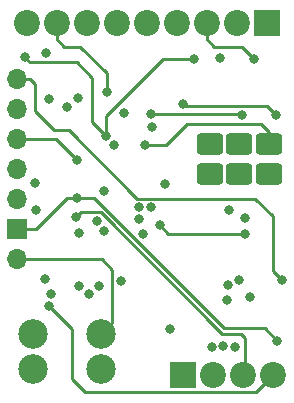
<source format=gbr>
%TF.GenerationSoftware,KiCad,Pcbnew,9.0.2*%
%TF.CreationDate,2025-11-22T23:52:39+01:00*%
%TF.ProjectId,KNeoPiX_v1.3,4b4e656f-5069-4585-9f76-312e332e6b69,1.3*%
%TF.SameCoordinates,Original*%
%TF.FileFunction,Copper,L2,Inr*%
%TF.FilePolarity,Positive*%
%FSLAX46Y46*%
G04 Gerber Fmt 4.6, Leading zero omitted, Abs format (unit mm)*
G04 Created by KiCad (PCBNEW 9.0.2) date 2025-11-22 23:52:39*
%MOMM*%
%LPD*%
G01*
G04 APERTURE LIST*
G04 Aperture macros list*
%AMRoundRect*
0 Rectangle with rounded corners*
0 $1 Rounding radius*
0 $2 $3 $4 $5 $6 $7 $8 $9 X,Y pos of 4 corners*
0 Add a 4 corners polygon primitive as box body*
4,1,4,$2,$3,$4,$5,$6,$7,$8,$9,$2,$3,0*
0 Add four circle primitives for the rounded corners*
1,1,$1+$1,$2,$3*
1,1,$1+$1,$4,$5*
1,1,$1+$1,$6,$7*
1,1,$1+$1,$8,$9*
0 Add four rect primitives between the rounded corners*
20,1,$1+$1,$2,$3,$4,$5,0*
20,1,$1+$1,$4,$5,$6,$7,0*
20,1,$1+$1,$6,$7,$8,$9,0*
20,1,$1+$1,$8,$9,$2,$3,0*%
G04 Aperture macros list end*
%TA.AperFunction,ComponentPad*%
%ADD10C,1.875000*%
%TD*%
%TA.AperFunction,ComponentPad*%
%ADD11R,2.200000X2.200000*%
%TD*%
%TA.AperFunction,ComponentPad*%
%ADD12C,2.200000*%
%TD*%
%TA.AperFunction,ComponentPad*%
%ADD13O,1.700000X1.700000*%
%TD*%
%TA.AperFunction,ComponentPad*%
%ADD14R,1.700000X1.700000*%
%TD*%
%TA.AperFunction,ComponentPad*%
%ADD15C,2.500000*%
%TD*%
%TA.AperFunction,ComponentPad*%
%ADD16RoundRect,0.270000X-0.830000X0.630000X-0.830000X-0.630000X0.830000X-0.630000X0.830000X0.630000X0*%
%TD*%
%TA.AperFunction,ViaPad*%
%ADD17C,0.800000*%
%TD*%
%TA.AperFunction,Conductor*%
%ADD18C,0.250000*%
%TD*%
G04 APERTURE END LIST*
D10*
%TO.N,KNX+*%
%TO.C,H2*%
X56766400Y-68163400D03*
%TD*%
D11*
%TO.N,EXT_VCC_IN*%
%TO.C,J4*%
X63681400Y-71593400D03*
D12*
%TO.N,EXT_GND*%
X66221400Y-71593400D03*
%TO.N,DL4*%
X68761400Y-71593400D03*
%TO.N,DL5*%
X71301400Y-71593400D03*
%TD*%
D11*
%TO.N,EXT_GND*%
%TO.C,J3*%
X70786400Y-41753400D03*
D12*
%TO.N,3v3-MCU*%
X68246400Y-41753400D03*
%TO.N,5V-MCU*%
X65706400Y-41753400D03*
%TO.N,DL1*%
X63166400Y-41753400D03*
%TO.N,DL2*%
X60626400Y-41753400D03*
%TO.N,DL3*%
X58086400Y-41753400D03*
%TO.N,DL8*%
X55546400Y-41753400D03*
%TO.N,DL9*%
X53006400Y-41753400D03*
%TO.N,DL10*%
X50466400Y-41753400D03*
%TD*%
D13*
%TO.N,KNX+*%
%TO.C,GN1*%
X49656400Y-61793400D03*
D14*
%TO.N,KNX_GND*%
X49656400Y-59253400D03*
D13*
%TO.N,KNX_SAVE*%
X49656400Y-56713400D03*
%TO.N,KNX_RX*%
X49656400Y-54173400D03*
%TO.N,KNX_TX*%
X49656400Y-51633400D03*
%TO.N,KNX_3V3*%
X49656400Y-49093400D03*
%TO.N,KNX_5V*%
X49656400Y-46553400D03*
%TD*%
D15*
%TO.N,KNX+*%
%TO.C,J2*%
X56766400Y-71063400D03*
%TO.N,KNX_GND*%
X51016400Y-71063400D03*
%TD*%
D10*
%TO.N,KNX_GND*%
%TO.C,H1*%
X51016400Y-68163400D03*
%TD*%
D15*
%TO.N,KNX+*%
%TO.C,J1*%
X56746400Y-68143400D03*
%TO.N,KNX_GND*%
X50996400Y-68143400D03*
%TD*%
D16*
%TO.N,DIO{slash}MTDI*%
%TO.C,U1*%
X70985800Y-54570014D03*
%TO.N,CLK{slash}MTDO*%
X70985800Y-52030014D03*
%TO.N,RESET{slash}EN*%
X68445800Y-54570014D03*
%TO.N,EXT_GND*%
X68470846Y-52030014D03*
%TO.N,3v3{slash}MTCK*%
X65955800Y-54585800D03*
%TO.N,BOOT{slash}MTMS*%
X65980846Y-52045800D03*
%TD*%
D17*
%TO.N,EXT_5V*%
X68730000Y-49595000D03*
X61040000Y-49510000D03*
%TO.N,EXT_VCC_IN*%
X71610000Y-49590000D03*
%TO.N,EXT_GND*%
X66820000Y-44790000D03*
%TO.N,KNX_3V3*%
X58715000Y-49420000D03*
%TO.N,KNX_TX*%
X54760600Y-53417300D03*
%TO.N,D0*%
X68970000Y-58330000D03*
%TO.N,D10*%
X59995947Y-57385000D03*
%TO.N,D9*%
X57015600Y-56004000D03*
%TO.N,D8*%
X57842500Y-52157600D03*
%TO.N,D3*%
X60312158Y-59665000D03*
%TO.N,D2*%
X60000236Y-58384993D03*
%TO.N,D1*%
X68920000Y-59630000D03*
X61775000Y-58875000D03*
%TO.N,KNX_GND*%
X71700000Y-68680000D03*
X61120000Y-50570000D03*
X54702200Y-56591700D03*
%TO.N,D6_TX*%
X53920000Y-48910000D03*
X54898103Y-59611897D03*
%TO.N,D7_RX*%
X54851400Y-48178600D03*
%TO.N,KNX_5V*%
X72100000Y-63560000D03*
%TO.N,5V-MCU*%
X69740014Y-44800014D03*
X62585607Y-67740054D03*
%TO.N,3v3-MCU*%
X50351500Y-44658500D03*
X57195700Y-51341300D03*
X64660014Y-44800014D03*
X58444400Y-63659496D03*
%TO.N,EXT_VCC_IN*%
X63720000Y-48650000D03*
%TO.N,EXT_5V*%
X67570000Y-57620000D03*
X67550000Y-63980000D03*
%TO.N,3v3{slash}MTCK*%
X67133880Y-69135081D03*
%TO.N,Net-(U5-BST)*%
X60995950Y-57385000D03*
X62160000Y-55410000D03*
%TO.N,VCC_LS*%
X52120000Y-44340000D03*
X52393600Y-48193400D03*
X52025000Y-63427868D03*
%TO.N,DL2*%
X55790000Y-64730000D03*
%TO.N,DL9*%
X57232347Y-47627653D03*
%TO.N,DL8*%
X51274900Y-57590500D03*
%TO.N,DL10*%
X51159700Y-55340000D03*
%TO.N,DL1*%
X52490803Y-64779197D03*
%TO.N,DL3*%
X54880000Y-64065000D03*
%TO.N,DL4*%
X54650000Y-58236200D03*
%TO.N,DL5*%
X52351856Y-65771612D03*
%TO.N,D5*%
X56431500Y-58538000D03*
%TO.N,D4*%
X56993400Y-59399000D03*
%TO.N,CLK{slash}MTDO*%
X60490000Y-52120000D03*
X56620000Y-64020000D03*
%TO.N,DIO{slash}MTDI*%
X69415000Y-64964104D03*
%TO.N,RESET{slash}EN*%
X68126699Y-69254700D03*
%TO.N,BOOT{slash}MTMS*%
X66135594Y-69193620D03*
%TO.N,Net-(D1-K)*%
X68489935Y-63581627D03*
%TO.N,Net-(D2-K)*%
X67440000Y-65210000D03*
%TD*%
D18*
%TO.N,DL9*%
X57232347Y-47627653D02*
X57232347Y-46022347D01*
X57232347Y-46022347D02*
X55020000Y-43810000D01*
X55020000Y-43810000D02*
X53640000Y-43810000D01*
X53006400Y-43176400D02*
X53006400Y-41753400D01*
X53640000Y-43810000D02*
X53006400Y-43176400D01*
%TO.N,3v3-MCU*%
X56034400Y-50180000D02*
X56034400Y-46444400D01*
X50761000Y-45131000D02*
X50351500Y-44721500D01*
X54721000Y-45131000D02*
X50761000Y-45131000D01*
X57195700Y-51341300D02*
X56034400Y-50180000D01*
X56034400Y-46444400D02*
X54721000Y-45131000D01*
X50351500Y-44721500D02*
X50351500Y-44658500D01*
%TO.N,KNX_GND*%
X71700000Y-68680000D02*
X70610000Y-67590000D01*
X70610000Y-67590000D02*
X67149010Y-67590000D01*
X67149010Y-67590000D02*
X56150710Y-56591700D01*
X56150710Y-56591700D02*
X54702200Y-56591700D01*
%TO.N,EXT_VCC_IN*%
X63720000Y-48650000D02*
X63720000Y-48801000D01*
X63720000Y-48801000D02*
X63729000Y-48810000D01*
X63729000Y-48810000D02*
X70830000Y-48810000D01*
X70830000Y-48810000D02*
X71610000Y-49590000D01*
%TO.N,EXT_5V*%
X68665000Y-49530000D02*
X68730000Y-49595000D01*
X61040000Y-49510000D02*
X61363616Y-49510000D01*
X61363616Y-49510000D02*
X61379616Y-49526000D01*
X62970000Y-49530000D02*
X68665000Y-49530000D01*
X61379616Y-49526000D02*
X62966000Y-49526000D01*
X62966000Y-49526000D02*
X62970000Y-49530000D01*
%TO.N,CLK{slash}MTDO*%
X60490000Y-52120000D02*
X60493986Y-52116014D01*
X60493986Y-52116014D02*
X62263986Y-52116014D01*
X62263986Y-52116014D02*
X64060000Y-50320000D01*
X64060000Y-50320000D02*
X70320000Y-50320000D01*
X70985800Y-50985800D02*
X70985800Y-52030014D01*
X70320000Y-50320000D02*
X70985800Y-50985800D01*
%TO.N,5V-MCU*%
X69740014Y-44800014D02*
X68740000Y-43800000D01*
X68740000Y-43800000D02*
X66360000Y-43800000D01*
X66360000Y-43800000D02*
X65706400Y-43146400D01*
X65706400Y-43146400D02*
X65706400Y-41753400D01*
%TO.N,KNX_TX*%
X52976700Y-51633400D02*
X49656400Y-51633400D01*
X54760600Y-53417300D02*
X52976700Y-51633400D01*
%TO.N,D1*%
X68920000Y-59630000D02*
X68295000Y-59630000D01*
X68295000Y-59630000D02*
X68294700Y-59629700D01*
X61775000Y-58935000D02*
X61775000Y-58875000D01*
X68294700Y-59629700D02*
X62469700Y-59629700D01*
X62469700Y-59629700D02*
X61775000Y-58935000D01*
%TO.N,KNX_GND*%
X53908000Y-56592000D02*
X51246600Y-59253400D01*
X54702200Y-56592000D02*
X53908000Y-56592000D01*
X51246600Y-59253400D02*
X49656400Y-59253400D01*
X54702200Y-56591700D02*
X54702200Y-56592000D01*
%TO.N,KNX_5V*%
X72100000Y-63510000D02*
X71355000Y-62765000D01*
X50733400Y-46553400D02*
X49656400Y-46553400D01*
X71355000Y-58175000D02*
X69840000Y-56660000D01*
X71355000Y-62765000D02*
X71355000Y-58175000D01*
X54062380Y-50880000D02*
X52790000Y-50880000D01*
X72100000Y-63560000D02*
X72100000Y-63510000D01*
X59842380Y-56660000D02*
X54062380Y-50880000D01*
X69840000Y-56660000D02*
X59842380Y-56660000D01*
X52790000Y-50880000D02*
X51140000Y-49230000D01*
X51140000Y-46960000D02*
X50733400Y-46553400D01*
X51140000Y-49230000D02*
X51140000Y-46960000D01*
%TO.N,KNX+*%
X57703900Y-67225900D02*
X57703900Y-62673900D01*
X56766400Y-68163400D02*
X57703900Y-67225900D01*
X57703900Y-62673900D02*
X56823400Y-61793400D01*
X56823400Y-61793400D02*
X49656400Y-61793400D01*
%TO.N,3v3-MCU*%
X57195700Y-49644300D02*
X62039986Y-44800014D01*
X57195700Y-51341300D02*
X57195700Y-49644300D01*
X62039986Y-44800014D02*
X64660014Y-44800014D01*
%TO.N,DL4*%
X55074900Y-57811300D02*
X56732500Y-57811300D01*
X56732500Y-57811300D02*
X67011200Y-68090000D01*
X54650000Y-58236200D02*
X55074900Y-57811300D01*
X68990000Y-68490000D02*
X68990000Y-71364800D01*
X68590000Y-68090000D02*
X68990000Y-68490000D01*
X67011200Y-68090000D02*
X68590000Y-68090000D01*
%TO.N,DL5*%
X69867200Y-73027600D02*
X71301400Y-71593400D01*
X55387600Y-73027600D02*
X69867200Y-73027600D01*
X54282800Y-71922800D02*
X55387600Y-73027600D01*
X52351856Y-65771612D02*
X54282800Y-67702556D01*
X54282800Y-67702556D02*
X54282800Y-71922800D01*
%TD*%
M02*

</source>
